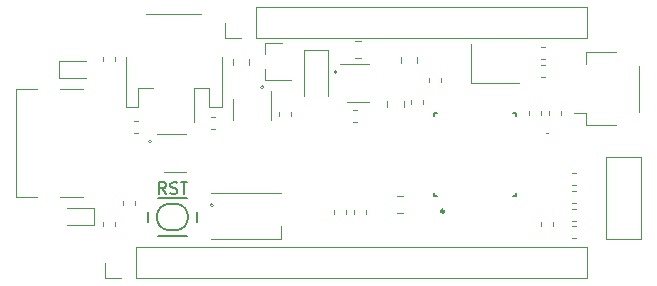
<source format=gbr>
G04 #@! TF.GenerationSoftware,KiCad,Pcbnew,(5.1.7-0-10_14)*
G04 #@! TF.CreationDate,2020-10-21T09:18:26+08:00*
G04 #@! TF.ProjectId,Feather_STM32WB55,46656174-6865-4725-9f53-544d33325742,rev?*
G04 #@! TF.SameCoordinates,Original*
G04 #@! TF.FileFunction,Legend,Top*
G04 #@! TF.FilePolarity,Positive*
%FSLAX46Y46*%
G04 Gerber Fmt 4.6, Leading zero omitted, Abs format (unit mm)*
G04 Created by KiCad (PCBNEW (5.1.7-0-10_14)) date 2020-10-21 09:18:26*
%MOMM*%
%LPD*%
G01*
G04 APERTURE LIST*
%ADD10C,0.120000*%
%ADD11C,0.200000*%
%ADD12C,0.100000*%
%ADD13C,0.150000*%
%ADD14C,0.250000*%
%ADD15C,0.127000*%
G04 APERTURE END LIST*
D10*
X141182842Y-98000000D02*
G75*
G03*
X141182842Y-98000000I-141421J0D01*
G01*
X151641421Y-86700000D02*
G75*
G03*
X151641421Y-86700000I-141421J0D01*
G01*
X145441421Y-88000000D02*
G75*
G03*
X145441421Y-88000000I-141421J0D01*
G01*
X135941421Y-92600000D02*
G75*
G03*
X135941421Y-92600000I-141421J0D01*
G01*
D11*
X137152380Y-97052380D02*
X136819047Y-96576190D01*
X136580952Y-97052380D02*
X136580952Y-96052380D01*
X136961904Y-96052380D01*
X137057142Y-96100000D01*
X137104761Y-96147619D01*
X137152380Y-96242857D01*
X137152380Y-96385714D01*
X137104761Y-96480952D01*
X137057142Y-96528571D01*
X136961904Y-96576190D01*
X136580952Y-96576190D01*
X137533333Y-97004761D02*
X137676190Y-97052380D01*
X137914285Y-97052380D01*
X138009523Y-97004761D01*
X138057142Y-96957142D01*
X138104761Y-96861904D01*
X138104761Y-96766666D01*
X138057142Y-96671428D01*
X138009523Y-96623809D01*
X137914285Y-96576190D01*
X137723809Y-96528571D01*
X137628571Y-96480952D01*
X137580952Y-96433333D01*
X137533333Y-96338095D01*
X137533333Y-96242857D01*
X137580952Y-96147619D01*
X137628571Y-96100000D01*
X137723809Y-96052380D01*
X137961904Y-96052380D01*
X138104761Y-96100000D01*
X138390476Y-96052380D02*
X138961904Y-96052380D01*
X138676190Y-97052380D02*
X138676190Y-96052380D01*
D10*
X130120000Y-88126000D02*
X128200000Y-88126000D01*
X128200000Y-97286000D02*
X130120000Y-97286000D01*
X126190000Y-97286000D02*
X124485000Y-97286000D01*
X124485000Y-88126000D02*
X126190000Y-88126000D01*
X124485000Y-97286000D02*
X124485000Y-88126000D01*
D12*
X174400000Y-93900000D02*
X177400000Y-93900000D01*
X174400000Y-100900000D02*
X174400000Y-93900000D01*
X177400000Y-100900000D02*
X174400000Y-100900000D01*
X177400000Y-93900000D02*
X177400000Y-100900000D01*
X169375000Y-91925000D02*
X169375000Y-91925000D01*
X169475000Y-91925000D02*
X169475000Y-91925000D01*
X169375000Y-91925000D02*
G75*
G02*
X169475000Y-91925000I50000J0D01*
G01*
X169475000Y-91925000D02*
G75*
G02*
X169375000Y-91925000I-50000J0D01*
G01*
D10*
X168890000Y-99762779D02*
X168890000Y-99437221D01*
X169910000Y-99762779D02*
X169910000Y-99437221D01*
X130340000Y-85752000D02*
X128055000Y-85752000D01*
X128055000Y-85752000D02*
X128055000Y-87222000D01*
X128055000Y-87222000D02*
X130340000Y-87222000D01*
X128740000Y-99668000D02*
X131025000Y-99668000D01*
X131025000Y-99668000D02*
X131025000Y-98198000D01*
X131025000Y-98198000D02*
X128740000Y-98198000D01*
X171559420Y-98290000D02*
X171840580Y-98290000D01*
X171559420Y-99310000D02*
X171840580Y-99310000D01*
X140950000Y-96950000D02*
X146850000Y-96950000D01*
X140950000Y-100850000D02*
X146850000Y-100850000D01*
X146850000Y-100850000D02*
X146850000Y-99775000D01*
D13*
X166822000Y-90476000D02*
X166822000Y-90226000D01*
X166822000Y-90226000D02*
X166572000Y-90226000D01*
X159822000Y-90476000D02*
X159822000Y-90226000D01*
X159822000Y-90226000D02*
X160072000Y-90226000D01*
X166822000Y-96976000D02*
X166822000Y-97226000D01*
X166822000Y-97226000D02*
X166572000Y-97226000D01*
X159822000Y-96976000D02*
X159822000Y-97226000D01*
X159822000Y-97226000D02*
X160072000Y-97226000D01*
D14*
X160697000Y-98507066D02*
G75*
G03*
X160697000Y-98507066I-125000J0D01*
G01*
D10*
X141855000Y-85420000D02*
X141855000Y-89670000D01*
X141855000Y-89670000D02*
X140835000Y-89670000D01*
X140835000Y-89670000D02*
X140835000Y-88070000D01*
X140835000Y-88070000D02*
X139555000Y-88070000D01*
X139555000Y-88070000D02*
X139555000Y-90960000D01*
X133735000Y-85420000D02*
X133735000Y-89670000D01*
X133735000Y-89670000D02*
X134755000Y-89670000D01*
X134755000Y-89670000D02*
X134755000Y-88070000D01*
X134755000Y-88070000D02*
X136035000Y-88070000D01*
X140135000Y-81850000D02*
X135455000Y-81850000D01*
D15*
X137301220Y-97900180D02*
X138098780Y-97900180D01*
X138098780Y-100099820D02*
X137301220Y-100099820D01*
X135601960Y-98601220D02*
X135601960Y-99398780D01*
X139798040Y-99398780D02*
X139798040Y-98601220D01*
X138898880Y-100597660D02*
X136501120Y-100597660D01*
X136501120Y-97402340D02*
X138898880Y-97402340D01*
X138098780Y-100097280D02*
G75*
G03*
X138997940Y-99000000I-99060J998220D01*
G01*
X136399520Y-99000000D02*
G75*
G03*
X137301220Y-100099820I1000760J-99060D01*
G01*
X137301220Y-97902720D02*
G75*
G03*
X136402060Y-99000000I99060J-998220D01*
G01*
X139000480Y-99000000D02*
G75*
G03*
X138098780Y-97900180I-1000760J99060D01*
G01*
D10*
X163016000Y-84329000D02*
X163016000Y-87629000D01*
X163016000Y-87629000D02*
X167016000Y-87629000D01*
X172780000Y-83880000D02*
X172780000Y-81220000D01*
X144780000Y-83880000D02*
X172780000Y-83880000D01*
X144780000Y-81220000D02*
X172780000Y-81220000D01*
X144780000Y-83880000D02*
X144780000Y-81220000D01*
X143510000Y-83880000D02*
X142180000Y-83880000D01*
X142180000Y-83880000D02*
X142180000Y-82550000D01*
X172780000Y-104200000D02*
X172780000Y-101540000D01*
X134620000Y-104200000D02*
X172780000Y-104200000D01*
X134620000Y-101540000D02*
X172780000Y-101540000D01*
X134620000Y-104200000D02*
X134620000Y-101540000D01*
X133350000Y-104200000D02*
X132020000Y-104200000D01*
X132020000Y-104200000D02*
X132020000Y-102870000D01*
X150860000Y-84872000D02*
X150860000Y-88772000D01*
X148860000Y-84872000D02*
X148860000Y-88772000D01*
X150860000Y-84872000D02*
X148860000Y-84872000D01*
X177183000Y-90078000D02*
X177183000Y-86198000D01*
X172713000Y-85028000D02*
X172713000Y-86078000D01*
X175213000Y-85028000D02*
X172713000Y-85028000D01*
X172713000Y-90198000D02*
X171723000Y-90198000D01*
X172713000Y-91248000D02*
X172713000Y-90198000D01*
X175213000Y-91248000D02*
X172713000Y-91248000D01*
X145544000Y-84272000D02*
X147004000Y-84272000D01*
X145544000Y-87432000D02*
X147704000Y-87432000D01*
X145544000Y-87432000D02*
X145544000Y-86502000D01*
X145544000Y-84272000D02*
X145544000Y-85202000D01*
X146009000Y-90816000D02*
X146009000Y-88366000D01*
X142789000Y-89016000D02*
X142789000Y-90816000D01*
X152516000Y-89240000D02*
X154316000Y-89240000D01*
X154316000Y-86020000D02*
X151866000Y-86020000D01*
X138822000Y-91989000D02*
X136372000Y-91989000D01*
X137022000Y-95209000D02*
X138822000Y-95209000D01*
X142800000Y-85593422D02*
X142800000Y-86110578D01*
X144220000Y-85593422D02*
X144220000Y-86110578D01*
X153157422Y-84126000D02*
X153674578Y-84126000D01*
X153157422Y-85546000D02*
X153674578Y-85546000D01*
X158444000Y-85983578D02*
X158444000Y-85466422D01*
X157024000Y-85983578D02*
X157024000Y-85466422D01*
X157301000Y-89149422D02*
X157301000Y-89666578D01*
X155881000Y-89149422D02*
X155881000Y-89666578D01*
X171537221Y-97810000D02*
X171862779Y-97810000D01*
X171537221Y-96790000D02*
X171862779Y-96790000D01*
X157230578Y-97207000D02*
X156713422Y-97207000D01*
X157230578Y-98627000D02*
X156713422Y-98627000D01*
X152402000Y-98714779D02*
X152402000Y-98389221D01*
X151382000Y-98714779D02*
X151382000Y-98389221D01*
X153033000Y-98714779D02*
X153033000Y-98389221D01*
X154053000Y-98714779D02*
X154053000Y-98389221D01*
X171537221Y-95290000D02*
X171862779Y-95290000D01*
X171537221Y-96310000D02*
X171862779Y-96310000D01*
X159383000Y-87538779D02*
X159383000Y-87213221D01*
X160403000Y-87538779D02*
X160403000Y-87213221D01*
X157859000Y-89118221D02*
X157859000Y-89443779D01*
X158879000Y-89118221D02*
X158879000Y-89443779D01*
X168912000Y-90007221D02*
X168912000Y-90332779D01*
X167892000Y-90007221D02*
X167892000Y-90332779D01*
X170563000Y-90007221D02*
X170563000Y-90332779D01*
X169543000Y-90007221D02*
X169543000Y-90332779D01*
X132844000Y-99405221D02*
X132844000Y-99730779D01*
X131824000Y-99405221D02*
X131824000Y-99730779D01*
X168874221Y-84580000D02*
X169199779Y-84580000D01*
X168874221Y-85600000D02*
X169199779Y-85600000D01*
X168874221Y-87124000D02*
X169199779Y-87124000D01*
X168874221Y-86104000D02*
X169199779Y-86104000D01*
X131824000Y-85435221D02*
X131824000Y-85760779D01*
X132844000Y-85435221D02*
X132844000Y-85760779D01*
X153324779Y-90934000D02*
X152999221Y-90934000D01*
X153324779Y-89914000D02*
X152999221Y-89914000D01*
X141259779Y-90549000D02*
X140934221Y-90549000D01*
X141259779Y-91569000D02*
X140934221Y-91569000D01*
X147703000Y-90459779D02*
X147703000Y-90134221D01*
X146683000Y-90459779D02*
X146683000Y-90134221D01*
X133490000Y-97637221D02*
X133490000Y-97962779D01*
X134510000Y-97637221D02*
X134510000Y-97962779D01*
X134437221Y-90890000D02*
X134762779Y-90890000D01*
X134437221Y-91910000D02*
X134762779Y-91910000D01*
X171537221Y-99790000D02*
X171862779Y-99790000D01*
X171537221Y-100810000D02*
X171862779Y-100810000D01*
M02*

</source>
